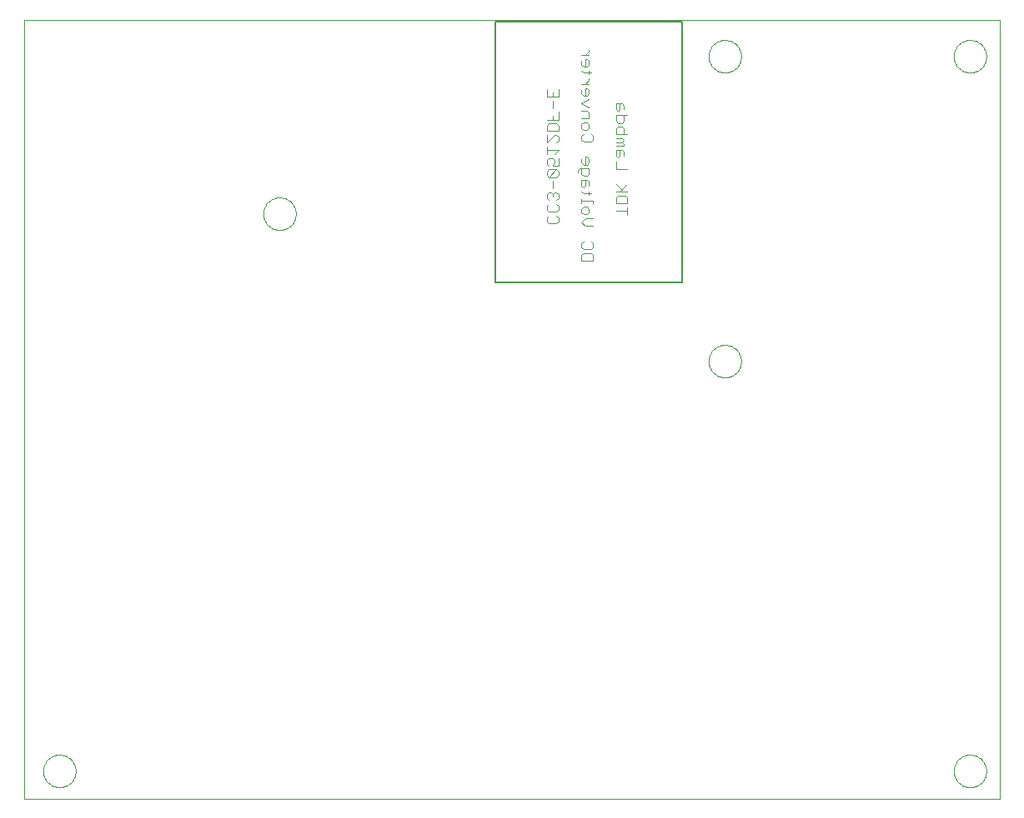
<source format=gbo>
G75*
G70*
%OFA0B0*%
%FSLAX24Y24*%
%IPPOS*%
%LPD*%
%AMOC8*
5,1,8,0,0,1.08239X$1,22.5*
%
%ADD10C,0.0000*%
%ADD11C,0.0050*%
%ADD12C,0.0040*%
D10*
X011652Y000125D02*
X050644Y000125D01*
X050644Y031295D01*
X011652Y031295D01*
X011652Y000125D01*
X012402Y001225D02*
X012404Y001275D01*
X012410Y001325D01*
X012420Y001375D01*
X012433Y001423D01*
X012450Y001471D01*
X012471Y001517D01*
X012495Y001561D01*
X012523Y001603D01*
X012554Y001643D01*
X012588Y001680D01*
X012625Y001715D01*
X012664Y001746D01*
X012705Y001775D01*
X012749Y001800D01*
X012795Y001822D01*
X012842Y001840D01*
X012890Y001854D01*
X012939Y001865D01*
X012989Y001872D01*
X013039Y001875D01*
X013090Y001874D01*
X013140Y001869D01*
X013190Y001860D01*
X013238Y001848D01*
X013286Y001831D01*
X013332Y001811D01*
X013377Y001788D01*
X013420Y001761D01*
X013460Y001731D01*
X013498Y001698D01*
X013533Y001662D01*
X013566Y001623D01*
X013595Y001582D01*
X013621Y001539D01*
X013644Y001494D01*
X013663Y001447D01*
X013678Y001399D01*
X013690Y001350D01*
X013698Y001300D01*
X013702Y001250D01*
X013702Y001200D01*
X013698Y001150D01*
X013690Y001100D01*
X013678Y001051D01*
X013663Y001003D01*
X013644Y000956D01*
X013621Y000911D01*
X013595Y000868D01*
X013566Y000827D01*
X013533Y000788D01*
X013498Y000752D01*
X013460Y000719D01*
X013420Y000689D01*
X013377Y000662D01*
X013332Y000639D01*
X013286Y000619D01*
X013238Y000602D01*
X013190Y000590D01*
X013140Y000581D01*
X013090Y000576D01*
X013039Y000575D01*
X012989Y000578D01*
X012939Y000585D01*
X012890Y000596D01*
X012842Y000610D01*
X012795Y000628D01*
X012749Y000650D01*
X012705Y000675D01*
X012664Y000704D01*
X012625Y000735D01*
X012588Y000770D01*
X012554Y000807D01*
X012523Y000847D01*
X012495Y000889D01*
X012471Y000933D01*
X012450Y000979D01*
X012433Y001027D01*
X012420Y001075D01*
X012410Y001125D01*
X012404Y001175D01*
X012402Y001225D01*
X039002Y017625D02*
X039004Y017675D01*
X039010Y017725D01*
X039020Y017775D01*
X039033Y017823D01*
X039050Y017871D01*
X039071Y017917D01*
X039095Y017961D01*
X039123Y018003D01*
X039154Y018043D01*
X039188Y018080D01*
X039225Y018115D01*
X039264Y018146D01*
X039305Y018175D01*
X039349Y018200D01*
X039395Y018222D01*
X039442Y018240D01*
X039490Y018254D01*
X039539Y018265D01*
X039589Y018272D01*
X039639Y018275D01*
X039690Y018274D01*
X039740Y018269D01*
X039790Y018260D01*
X039838Y018248D01*
X039886Y018231D01*
X039932Y018211D01*
X039977Y018188D01*
X040020Y018161D01*
X040060Y018131D01*
X040098Y018098D01*
X040133Y018062D01*
X040166Y018023D01*
X040195Y017982D01*
X040221Y017939D01*
X040244Y017894D01*
X040263Y017847D01*
X040278Y017799D01*
X040290Y017750D01*
X040298Y017700D01*
X040302Y017650D01*
X040302Y017600D01*
X040298Y017550D01*
X040290Y017500D01*
X040278Y017451D01*
X040263Y017403D01*
X040244Y017356D01*
X040221Y017311D01*
X040195Y017268D01*
X040166Y017227D01*
X040133Y017188D01*
X040098Y017152D01*
X040060Y017119D01*
X040020Y017089D01*
X039977Y017062D01*
X039932Y017039D01*
X039886Y017019D01*
X039838Y017002D01*
X039790Y016990D01*
X039740Y016981D01*
X039690Y016976D01*
X039639Y016975D01*
X039589Y016978D01*
X039539Y016985D01*
X039490Y016996D01*
X039442Y017010D01*
X039395Y017028D01*
X039349Y017050D01*
X039305Y017075D01*
X039264Y017104D01*
X039225Y017135D01*
X039188Y017170D01*
X039154Y017207D01*
X039123Y017247D01*
X039095Y017289D01*
X039071Y017333D01*
X039050Y017379D01*
X039033Y017427D01*
X039020Y017475D01*
X039010Y017525D01*
X039004Y017575D01*
X039002Y017625D01*
X021202Y023525D02*
X021204Y023575D01*
X021210Y023625D01*
X021220Y023675D01*
X021233Y023723D01*
X021250Y023771D01*
X021271Y023817D01*
X021295Y023861D01*
X021323Y023903D01*
X021354Y023943D01*
X021388Y023980D01*
X021425Y024015D01*
X021464Y024046D01*
X021505Y024075D01*
X021549Y024100D01*
X021595Y024122D01*
X021642Y024140D01*
X021690Y024154D01*
X021739Y024165D01*
X021789Y024172D01*
X021839Y024175D01*
X021890Y024174D01*
X021940Y024169D01*
X021990Y024160D01*
X022038Y024148D01*
X022086Y024131D01*
X022132Y024111D01*
X022177Y024088D01*
X022220Y024061D01*
X022260Y024031D01*
X022298Y023998D01*
X022333Y023962D01*
X022366Y023923D01*
X022395Y023882D01*
X022421Y023839D01*
X022444Y023794D01*
X022463Y023747D01*
X022478Y023699D01*
X022490Y023650D01*
X022498Y023600D01*
X022502Y023550D01*
X022502Y023500D01*
X022498Y023450D01*
X022490Y023400D01*
X022478Y023351D01*
X022463Y023303D01*
X022444Y023256D01*
X022421Y023211D01*
X022395Y023168D01*
X022366Y023127D01*
X022333Y023088D01*
X022298Y023052D01*
X022260Y023019D01*
X022220Y022989D01*
X022177Y022962D01*
X022132Y022939D01*
X022086Y022919D01*
X022038Y022902D01*
X021990Y022890D01*
X021940Y022881D01*
X021890Y022876D01*
X021839Y022875D01*
X021789Y022878D01*
X021739Y022885D01*
X021690Y022896D01*
X021642Y022910D01*
X021595Y022928D01*
X021549Y022950D01*
X021505Y022975D01*
X021464Y023004D01*
X021425Y023035D01*
X021388Y023070D01*
X021354Y023107D01*
X021323Y023147D01*
X021295Y023189D01*
X021271Y023233D01*
X021250Y023279D01*
X021233Y023327D01*
X021220Y023375D01*
X021210Y023425D01*
X021204Y023475D01*
X021202Y023525D01*
X039002Y029825D02*
X039004Y029875D01*
X039010Y029925D01*
X039020Y029975D01*
X039033Y030023D01*
X039050Y030071D01*
X039071Y030117D01*
X039095Y030161D01*
X039123Y030203D01*
X039154Y030243D01*
X039188Y030280D01*
X039225Y030315D01*
X039264Y030346D01*
X039305Y030375D01*
X039349Y030400D01*
X039395Y030422D01*
X039442Y030440D01*
X039490Y030454D01*
X039539Y030465D01*
X039589Y030472D01*
X039639Y030475D01*
X039690Y030474D01*
X039740Y030469D01*
X039790Y030460D01*
X039838Y030448D01*
X039886Y030431D01*
X039932Y030411D01*
X039977Y030388D01*
X040020Y030361D01*
X040060Y030331D01*
X040098Y030298D01*
X040133Y030262D01*
X040166Y030223D01*
X040195Y030182D01*
X040221Y030139D01*
X040244Y030094D01*
X040263Y030047D01*
X040278Y029999D01*
X040290Y029950D01*
X040298Y029900D01*
X040302Y029850D01*
X040302Y029800D01*
X040298Y029750D01*
X040290Y029700D01*
X040278Y029651D01*
X040263Y029603D01*
X040244Y029556D01*
X040221Y029511D01*
X040195Y029468D01*
X040166Y029427D01*
X040133Y029388D01*
X040098Y029352D01*
X040060Y029319D01*
X040020Y029289D01*
X039977Y029262D01*
X039932Y029239D01*
X039886Y029219D01*
X039838Y029202D01*
X039790Y029190D01*
X039740Y029181D01*
X039690Y029176D01*
X039639Y029175D01*
X039589Y029178D01*
X039539Y029185D01*
X039490Y029196D01*
X039442Y029210D01*
X039395Y029228D01*
X039349Y029250D01*
X039305Y029275D01*
X039264Y029304D01*
X039225Y029335D01*
X039188Y029370D01*
X039154Y029407D01*
X039123Y029447D01*
X039095Y029489D01*
X039071Y029533D01*
X039050Y029579D01*
X039033Y029627D01*
X039020Y029675D01*
X039010Y029725D01*
X039004Y029775D01*
X039002Y029825D01*
X048802Y029825D02*
X048804Y029875D01*
X048810Y029925D01*
X048820Y029975D01*
X048833Y030023D01*
X048850Y030071D01*
X048871Y030117D01*
X048895Y030161D01*
X048923Y030203D01*
X048954Y030243D01*
X048988Y030280D01*
X049025Y030315D01*
X049064Y030346D01*
X049105Y030375D01*
X049149Y030400D01*
X049195Y030422D01*
X049242Y030440D01*
X049290Y030454D01*
X049339Y030465D01*
X049389Y030472D01*
X049439Y030475D01*
X049490Y030474D01*
X049540Y030469D01*
X049590Y030460D01*
X049638Y030448D01*
X049686Y030431D01*
X049732Y030411D01*
X049777Y030388D01*
X049820Y030361D01*
X049860Y030331D01*
X049898Y030298D01*
X049933Y030262D01*
X049966Y030223D01*
X049995Y030182D01*
X050021Y030139D01*
X050044Y030094D01*
X050063Y030047D01*
X050078Y029999D01*
X050090Y029950D01*
X050098Y029900D01*
X050102Y029850D01*
X050102Y029800D01*
X050098Y029750D01*
X050090Y029700D01*
X050078Y029651D01*
X050063Y029603D01*
X050044Y029556D01*
X050021Y029511D01*
X049995Y029468D01*
X049966Y029427D01*
X049933Y029388D01*
X049898Y029352D01*
X049860Y029319D01*
X049820Y029289D01*
X049777Y029262D01*
X049732Y029239D01*
X049686Y029219D01*
X049638Y029202D01*
X049590Y029190D01*
X049540Y029181D01*
X049490Y029176D01*
X049439Y029175D01*
X049389Y029178D01*
X049339Y029185D01*
X049290Y029196D01*
X049242Y029210D01*
X049195Y029228D01*
X049149Y029250D01*
X049105Y029275D01*
X049064Y029304D01*
X049025Y029335D01*
X048988Y029370D01*
X048954Y029407D01*
X048923Y029447D01*
X048895Y029489D01*
X048871Y029533D01*
X048850Y029579D01*
X048833Y029627D01*
X048820Y029675D01*
X048810Y029725D01*
X048804Y029775D01*
X048802Y029825D01*
X048802Y001225D02*
X048804Y001275D01*
X048810Y001325D01*
X048820Y001375D01*
X048833Y001423D01*
X048850Y001471D01*
X048871Y001517D01*
X048895Y001561D01*
X048923Y001603D01*
X048954Y001643D01*
X048988Y001680D01*
X049025Y001715D01*
X049064Y001746D01*
X049105Y001775D01*
X049149Y001800D01*
X049195Y001822D01*
X049242Y001840D01*
X049290Y001854D01*
X049339Y001865D01*
X049389Y001872D01*
X049439Y001875D01*
X049490Y001874D01*
X049540Y001869D01*
X049590Y001860D01*
X049638Y001848D01*
X049686Y001831D01*
X049732Y001811D01*
X049777Y001788D01*
X049820Y001761D01*
X049860Y001731D01*
X049898Y001698D01*
X049933Y001662D01*
X049966Y001623D01*
X049995Y001582D01*
X050021Y001539D01*
X050044Y001494D01*
X050063Y001447D01*
X050078Y001399D01*
X050090Y001350D01*
X050098Y001300D01*
X050102Y001250D01*
X050102Y001200D01*
X050098Y001150D01*
X050090Y001100D01*
X050078Y001051D01*
X050063Y001003D01*
X050044Y000956D01*
X050021Y000911D01*
X049995Y000868D01*
X049966Y000827D01*
X049933Y000788D01*
X049898Y000752D01*
X049860Y000719D01*
X049820Y000689D01*
X049777Y000662D01*
X049732Y000639D01*
X049686Y000619D01*
X049638Y000602D01*
X049590Y000590D01*
X049540Y000581D01*
X049490Y000576D01*
X049439Y000575D01*
X049389Y000578D01*
X049339Y000585D01*
X049290Y000596D01*
X049242Y000610D01*
X049195Y000628D01*
X049149Y000650D01*
X049105Y000675D01*
X049064Y000704D01*
X049025Y000735D01*
X048988Y000770D01*
X048954Y000807D01*
X048923Y000847D01*
X048895Y000889D01*
X048871Y000933D01*
X048850Y000979D01*
X048833Y001027D01*
X048820Y001075D01*
X048810Y001125D01*
X048804Y001175D01*
X048802Y001225D01*
D11*
X037942Y020779D02*
X030462Y020779D01*
X030462Y031212D01*
X037942Y031212D01*
X037942Y020779D01*
D12*
X034379Y021654D02*
X034379Y021884D01*
X034302Y021961D01*
X033996Y021961D01*
X033919Y021884D01*
X033919Y021654D01*
X034379Y021654D01*
X034302Y022115D02*
X033996Y022115D01*
X033919Y022191D01*
X033919Y022345D01*
X033996Y022421D01*
X034302Y022421D02*
X034379Y022345D01*
X034379Y022191D01*
X034302Y022115D01*
X034379Y023035D02*
X034072Y023035D01*
X033919Y023189D01*
X034072Y023342D01*
X034379Y023342D01*
X034149Y023496D02*
X033996Y023496D01*
X033919Y023572D01*
X033919Y023726D01*
X033996Y023803D01*
X034149Y023803D01*
X034226Y023726D01*
X034226Y023572D01*
X034149Y023496D01*
X033919Y023956D02*
X033919Y024110D01*
X033919Y024033D02*
X034379Y024033D01*
X034379Y023956D01*
X034226Y024263D02*
X034226Y024416D01*
X034302Y024340D02*
X033996Y024340D01*
X033919Y024416D01*
X033996Y024570D02*
X034072Y024647D01*
X034072Y024877D01*
X034149Y024877D02*
X033919Y024877D01*
X033919Y024647D01*
X033996Y024570D01*
X034226Y024647D02*
X034226Y024800D01*
X034149Y024877D01*
X034149Y025030D02*
X033996Y025030D01*
X033919Y025107D01*
X033919Y025337D01*
X033842Y025337D02*
X034226Y025337D01*
X034226Y025107D01*
X034149Y025030D01*
X033765Y025184D02*
X033765Y025261D01*
X033842Y025337D01*
X033996Y025491D02*
X034149Y025491D01*
X034226Y025567D01*
X034226Y025721D01*
X034149Y025798D01*
X034072Y025798D01*
X034072Y025491D01*
X033996Y025491D02*
X033919Y025567D01*
X033919Y025721D01*
X033996Y026412D02*
X033919Y026488D01*
X033919Y026642D01*
X033996Y026718D01*
X033996Y026872D02*
X033919Y026949D01*
X033919Y027102D01*
X033996Y027179D01*
X034149Y027179D01*
X034226Y027102D01*
X034226Y026949D01*
X034149Y026872D01*
X033996Y026872D01*
X034302Y026718D02*
X034379Y026642D01*
X034379Y026488D01*
X034302Y026412D01*
X033996Y026412D01*
X033001Y026448D02*
X032925Y026371D01*
X033001Y026448D02*
X033001Y026602D01*
X032925Y026678D01*
X032848Y026678D01*
X032541Y026371D01*
X032541Y026678D01*
X032541Y026832D02*
X032541Y027062D01*
X032618Y027139D01*
X032925Y027139D01*
X033001Y027062D01*
X033001Y026832D01*
X032541Y026832D01*
X032541Y027292D02*
X033001Y027292D01*
X033001Y027599D01*
X032771Y027446D02*
X032771Y027292D01*
X032771Y027753D02*
X032771Y028059D01*
X032771Y028213D02*
X032771Y028366D01*
X032541Y028213D02*
X032541Y028520D01*
X032541Y028213D02*
X033001Y028213D01*
X033001Y028520D01*
X033919Y028483D02*
X033919Y028330D01*
X033996Y028253D01*
X034149Y028253D01*
X034226Y028330D01*
X034226Y028483D01*
X034149Y028560D01*
X034072Y028560D01*
X034072Y028253D01*
X034226Y028100D02*
X033919Y027946D01*
X034226Y027793D01*
X034149Y027639D02*
X033919Y027639D01*
X034149Y027639D02*
X034226Y027563D01*
X034226Y027332D01*
X033919Y027332D01*
X035297Y027239D02*
X035374Y027162D01*
X035527Y027162D01*
X035604Y027239D01*
X035604Y027469D01*
X035757Y027469D02*
X035297Y027469D01*
X035297Y027239D01*
X035374Y027009D02*
X035297Y026932D01*
X035297Y026702D01*
X035757Y026702D01*
X035604Y026702D02*
X035604Y026932D01*
X035527Y027009D01*
X035374Y027009D01*
X035297Y026548D02*
X035527Y026548D01*
X035604Y026471D01*
X035527Y026395D01*
X035297Y026395D01*
X035297Y026241D02*
X035604Y026241D01*
X035604Y026318D01*
X035527Y026395D01*
X035527Y026088D02*
X035297Y026088D01*
X035297Y025858D01*
X035374Y025781D01*
X035450Y025858D01*
X035450Y026088D01*
X035527Y026088D02*
X035604Y026011D01*
X035604Y025858D01*
X035297Y025627D02*
X035297Y025320D01*
X035757Y025320D01*
X035757Y024707D02*
X035450Y024400D01*
X035527Y024476D02*
X035297Y024707D01*
X035297Y024400D02*
X035757Y024400D01*
X035680Y024246D02*
X035757Y024169D01*
X035757Y023939D01*
X035297Y023939D01*
X035297Y024169D01*
X035374Y024246D01*
X035680Y024246D01*
X035757Y023786D02*
X035757Y023479D01*
X035757Y023632D02*
X035297Y023632D01*
X033001Y023686D02*
X032925Y023609D01*
X032618Y023609D01*
X032541Y023686D01*
X032541Y023839D01*
X032618Y023916D01*
X032618Y024069D02*
X032541Y024146D01*
X032541Y024300D01*
X032618Y024376D01*
X032694Y024376D01*
X032771Y024300D01*
X032771Y024223D01*
X032771Y024300D02*
X032848Y024376D01*
X032925Y024376D01*
X033001Y024300D01*
X033001Y024146D01*
X032925Y024069D01*
X032925Y023916D02*
X033001Y023839D01*
X033001Y023686D01*
X032925Y023456D02*
X033001Y023379D01*
X033001Y023225D01*
X032925Y023149D01*
X032618Y023149D01*
X032541Y023225D01*
X032541Y023379D01*
X032618Y023456D01*
X032771Y024530D02*
X032771Y024837D01*
X032618Y024990D02*
X032925Y025297D01*
X032618Y025297D01*
X032541Y025220D01*
X032541Y025067D01*
X032618Y024990D01*
X032925Y024990D01*
X033001Y025067D01*
X033001Y025220D01*
X032925Y025297D01*
X033001Y025451D02*
X032771Y025451D01*
X032848Y025604D01*
X032848Y025681D01*
X032771Y025758D01*
X032618Y025758D01*
X032541Y025681D01*
X032541Y025527D01*
X032618Y025451D01*
X033001Y025451D02*
X033001Y025758D01*
X032848Y025911D02*
X033001Y026064D01*
X032541Y026064D01*
X032541Y025911D02*
X032541Y026218D01*
X035297Y027699D02*
X035374Y027622D01*
X035450Y027699D01*
X035450Y027929D01*
X035527Y027929D02*
X035297Y027929D01*
X035297Y027699D01*
X035604Y027699D02*
X035604Y027853D01*
X035527Y027929D01*
X034226Y028713D02*
X033919Y028713D01*
X034072Y028713D02*
X034226Y028867D01*
X034226Y028944D01*
X034226Y029097D02*
X034226Y029251D01*
X034302Y029174D02*
X033996Y029174D01*
X033919Y029251D01*
X033996Y029404D02*
X034149Y029404D01*
X034226Y029481D01*
X034226Y029634D01*
X034149Y029711D01*
X034072Y029711D01*
X034072Y029404D01*
X033996Y029404D02*
X033919Y029481D01*
X033919Y029634D01*
X033919Y029864D02*
X034226Y029864D01*
X034072Y029864D02*
X034226Y030018D01*
X034226Y030095D01*
M02*

</source>
